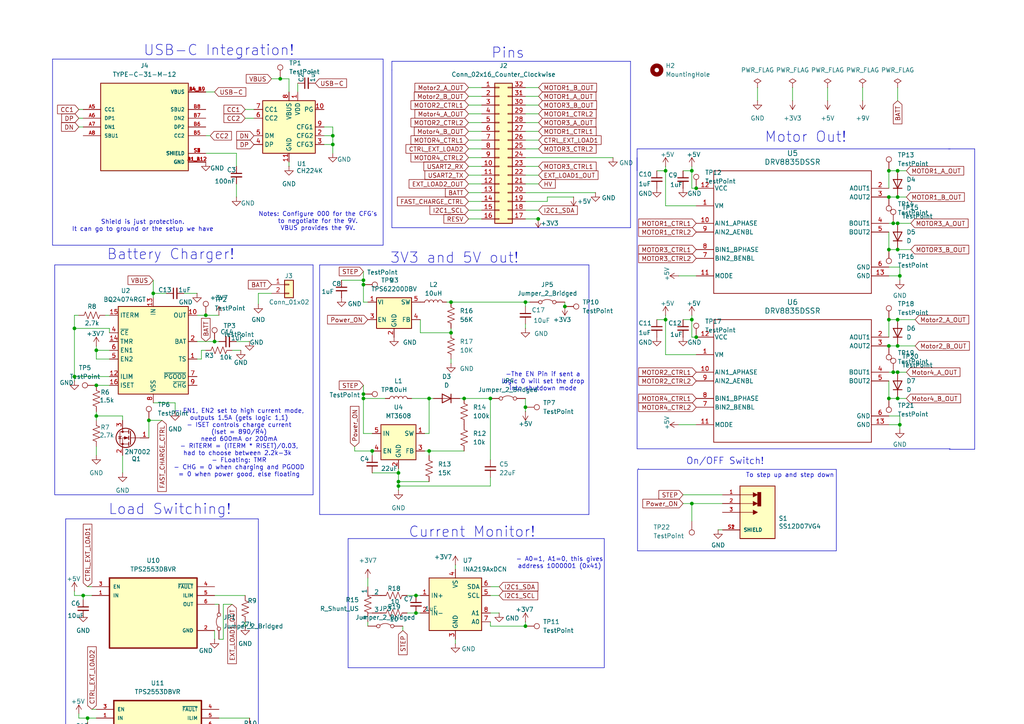
<source format=kicad_sch>
(kicad_sch (version 20250114) (generator "eeschema") (generator_version "9.0")
  (paper "A4")
  (text "To step up and step down " (at 229.616 137.922 0) (effects (font (size 1.27 1.27))))
  (text "- A0=1, A1=0, this gives\naddress 1000001 (0x41)" (at 162.306 163.322 0) (effects (font (size 1.27 1.27))))
  (text "Shield is just protection.\nIt can go to ground or the setup we have" (at 41.402 65.532 0) (effects (font (size 1.27 1.27))))
  (text "Current Monitor!" (at 136.906 154.432 0) (effects (font (size 3 3))))
  (text "Motor Out!" (at 233.68 39.878 0) (effects (font (size 3 3))))
  (text "USB-C Integration!" (at 63.5 14.732 0) (effects (font (size 3 3))))
  (text "Notes: Configure 000 for the CFG's\nto negotiate for the 9V.\nVBUS provides the 9V.\n" (at 92.202 64.262 0) (effects (font (size 1.27 1.27))))
  (text "- EN1, EN2 set to high current mode,\noutputs 1.5A (gets logic 1,1)\n- ISET controls charge current\n(Iset = 890/R4)\nneed 600mA or 200mA\n- RITERM = (ITERM * RISET)/0.03,\nhad to choose between 2.2k-3k \n- FLoating: TMR\n- CHG = 0 when charging and PGOOD\n= 0 when power good, else floating" (at 69.342 128.524 0) (effects (font (size 1.27 1.27))))
  (text "-The EN Pin if sent a\nlogic 0 will set the drop\ninto shutdown mode\n" (at 157.48 110.744 0) (effects (font (size 1.27 1.27))))
  (text "Pins" (at 147.32 15.494 0) (effects (font (size 3 3))))
  (text "Battery Charger!" (at 49.53 73.914 0) (effects (font (size 3 3))))
  (text "On/OFF Switch!" (at 210.312 133.858 0) (effects (font (size 1.905 1.905))))
  (text "3V3 and 5V out!" (at 131.826 74.93 0) (effects (font (size 3 3))))
  (text "Load Switching!" (at 49.276 147.828 0) (effects (font (size 3 3))))
  (junction (at 193.04 92.71))
  (junction (at 21.59 109.22))
  (junction (at 120.65 177.8))
  (junction (at 81.28 22.86))
  (junction (at 27.94 111.76))
  (junction (at 134.62 115.57))
  (junction (at 260.35 49.53))
  (junction (at 260.35 72.39))
  (junction (at 62.23 99.06))
  (junction (at 105.41 82.55))
  (junction (at 201.93 54.61))
  (junction (at 260.35 92.71))
  (junction (at 43.18 121.92))
  (junction (at 24.13 172.72))
  (junction (at 44.45 85.09))
  (junction (at 200.66 146.05))
  (junction (at 27.94 101.6))
  (junction (at 27.94 120.65))
  (junction (at 260.35 64.77))
  (junction (at 130.81 96.52))
  (junction (at 260.35 107.95))
  (junction (at 257.81 100.33))
  (junction (at 193.04 49.53))
  (junction (at 115.57 139.7))
  (junction (at 124.46 130.81))
  (junction (at 257.81 115.57))
  (junction (at 259.08 64.77))
  (junction (at 257.81 92.71))
  (junction (at 156.0999 63.5))
  (junction (at 200.66 49.53))
  (junction (at 260.35 115.57))
  (junction (at 96.52 39.37))
  (junction (at 260.35 57.15))
  (junction (at 120.65 172.72))
  (junction (at 257.81 72.39))
  (junction (at 152.4 181.61))
  (junction (at 25.4 208.28))
  (junction (at 96.52 41.91))
  (junction (at 260.985 80.01))
  (junction (at 152.4 118.11))
  (junction (at 163.83 88.9))
  (junction (at 59.69 91.44))
  (junction (at 107.95 130.81))
  (junction (at 105.41 115.57))
  (junction (at 130.81 87.63))
  (junction (at 200.66 92.71))
  (junction (at 21.59 95.25))
  (junction (at 105.41 114.3))
  (junction (at 115.57 137.16))
  (junction (at 142.24 115.57))
  (junction (at 257.81 57.15))
  (junction (at 152.4 87.63))
  (junction (at 260.35 100.33))
  (junction (at 259.08 107.95))
  (junction (at 115.57 140.97))
  (junction (at 124.46 115.57))
  (junction (at 257.81 49.53))
  (junction (at 260.985 123.19))
  (junction (at 201.93 97.79))
  (junction (at 105.41 81.28))
  (wire (pts (xy 78.74 85.09) (xy 74.93 85.09)))
  (wire (pts (xy 198.12 49.53) (xy 200.66 49.53)))
  (wire (pts (xy 60.96 39.37) (xy 59.69 39.37)))
  (wire (pts (xy 72.39 217.17) (xy 72.39 215.9)))
  (polyline (pts (xy 185.166 135.89) (xy 185.166 136.144)))
  (wire (pts (xy 105.41 87.63) (xy 105.41 82.55)))
  (wire (pts (xy 262.89 49.53) (xy 260.35 49.53)))
  (wire (pts (xy 152.4 55.88) (xy 172.72 55.88)))
  (wire (pts (xy 200.66 146.05) (xy 200.66 151.13)))
  (wire (pts (xy 152.4 38.1) (xy 156.21 38.1)))
  (wire (pts (xy 135.89 30.48) (xy 139.7 30.48)))
  (polyline (pts (xy 242.57 159.766) (xy 242.57 136.144)))
  (polyline (pts (xy 19.05 150.495) (xy 74.93 150.495)))
  (wire (pts (xy 124.46 130.81) (xy 124.46 132.08)))
  (wire (pts (xy 116.84 181.61) (xy 116.84 182.88)))
  (wire (pts (xy 63.5 220.98) (xy 63.5 218.44)))
  (wire (pts (xy 152.4 119.38) (xy 152.4 118.11)))
  (wire (pts (xy 135.89 25.4) (xy 139.7 25.4)))
  (wire (pts (xy 152.4 33.02) (xy 156.21 33.02)))
  (wire (pts (xy 135.89 63.5) (xy 139.7 63.5)))
  (wire (pts (xy 257.81 80.01) (xy 260.985 80.01)))
  (wire (pts (xy 96.52 36.83) (xy 96.52 39.37)))
  (wire (pts (xy 135.89 43.18) (xy 139.7 43.18)))
  (wire (pts (xy 83.82 46.99) (xy 83.82 48.26)))
  (polyline (pts (xy 90.805 76.835) (xy 90.805 143.51)))
  (wire (pts (xy 200.66 146.05) (xy 209.55 146.05)))
  (wire (pts (xy 62.23 99.06) (xy 63.5 99.06)))
  (wire (pts (xy 135.89 33.02) (xy 139.7 33.02)))
  (wire (pts (xy 193.04 91.44) (xy 193.04 92.71)))
  (wire (pts (xy 105.41 115.57) (xy 105.41 125.73)))
  (wire (pts (xy 21.59 110.49) (xy 21.59 109.22)))
  (wire (pts (xy 71.12 181.61) (xy 71.12 180.34)))
  (wire (pts (xy 50.8 116.84) (xy 50.8 119.38)))
  (wire (pts (xy 130.81 87.63) (xy 129.54 87.63)))
  (wire (pts (xy 152.4 118.11) (xy 152.4 115.57)))
  (wire (pts (xy 121.92 92.71) (xy 121.92 96.52)))
  (wire (pts (xy 62.23 175.26) (xy 63.5 175.26)))
  (wire (pts (xy 63.5 210.82) (xy 64.77 210.82)))
  (wire (pts (xy 260.985 77.47) (xy 260.985 80.01)))
  (wire (pts (xy 27.94 119.38) (xy 27.94 120.65)))
  (wire (pts (xy 200.66 49.53) (xy 200.66 54.61)))
  (wire (pts (xy 25.4 209.55) (xy 25.4 208.28)))
  (wire (pts (xy 106.68 167.64) (xy 106.68 170.18)))
  (wire (pts (xy 260.985 120.65) (xy 260.985 123.19)))
  (wire (pts (xy 196.85 123.19) (xy 201.93 123.19)))
  (polyline (pts (xy 170.815 76.835) (xy 170.815 149.225)))
  (wire (pts (xy 219.71 25.4) (xy 219.71 29.21)))
  (polyline (pts (xy 175.26 156.21) (xy 175.26 193.675)))
  (wire (pts (xy 260.35 57.15) (xy 257.81 57.15)))
  (wire (pts (xy 152.4 88.9) (xy 152.4 87.63)))
  (wire (pts (xy 260.35 25.4) (xy 260.35 29.21)))
  (wire (pts (xy 260.35 72.39) (xy 257.81 72.39)))
  (wire (pts (xy 96.52 39.37) (xy 96.52 41.91)))
  (wire (pts (xy 250.19 25.4) (xy 250.19 29.21)))
  (wire (pts (xy 96.52 44.45) (xy 96.52 41.91)))
  (wire (pts (xy 64.77 185.42) (xy 64.77 175.26)))
  (wire (pts (xy 262.89 115.57) (xy 260.35 115.57)))
  (wire (pts (xy 142.24 177.8) (xy 144.78 177.8)))
  (wire (pts (xy 260.985 123.19) (xy 260.985 124.46)))
  (wire (pts (xy 26.67 172.72) (xy 24.13 172.72)))
  (polyline (pts (xy 275.336 130.302) (xy 282.702 130.302)))
  (wire (pts (xy 105.41 114.3) (xy 105.41 115.57)))
  (wire (pts (xy 22.86 34.29) (xy 24.13 34.29)))
  (polyline (pts (xy 182.88 66.04) (xy 182.88 17.78)))
  (wire (pts (xy 44.45 81.28) (xy 44.45 85.09)))
  (wire (pts (xy 118.11 177.8) (xy 120.65 177.8)))
  (wire (pts (xy 27.94 208.28) (xy 25.4 208.28)))
  (wire (pts (xy 262.89 107.95) (xy 260.35 107.95)))
  (wire (pts (xy 123.19 130.81) (xy 124.46 130.81)))
  (wire (pts (xy 123.19 125.73) (xy 124.46 125.73)))
  (wire (pts (xy 200.66 48.26) (xy 200.66 49.53)))
  (wire (pts (xy 22.86 207.01) (xy 22.86 208.28)))
  (wire (pts (xy 229.87 25.4) (xy 229.87 29.21)))
  (wire (pts (xy 105.41 111.76) (xy 105.41 114.3)))
  (wire (pts (xy 27.94 104.14) (xy 31.75 104.14)))
  (wire (pts (xy 152.4 181.61) (xy 152.4 180.34)))
  (wire (pts (xy 260.35 115.57) (xy 257.81 115.57)))
  (wire (pts (xy 68.58 53.34) (xy 68.58 57.15)))
  (polyline (pts (xy 113.665 20.32) (xy 113.665 66.04)))
  (polyline (pts (xy 15.875 76.835) (xy 15.875 143.51)))
  (wire (pts (xy 135.89 27.94) (xy 139.7 27.94)))
  (polyline (pts (xy 242.57 136.144) (xy 185.166 136.144)))
  (wire (pts (xy 259.08 64.77) (xy 257.81 64.77)))
  (wire (pts (xy 265.43 92.71) (xy 260.35 92.71)))
  (wire (pts (xy 260.985 80.01) (xy 260.985 81.28)))
  (wire (pts (xy 193.04 49.53) (xy 190.5 49.53)))
  (wire (pts (xy 68.58 44.45) (xy 68.58 48.26)))
  (wire (pts (xy 50.8 116.84) (xy 44.45 116.84)))
  (wire (pts (xy 25.4 214.63) (xy 25.4 213.36)))
  (wire (pts (xy 64.77 220.98) (xy 66.04 220.98)))
  (wire (pts (xy 57.15 99.06) (xy 62.23 99.06)))
  (wire (pts (xy 31.75 95.25) (xy 21.59 95.25)))
  (wire (pts (xy 152.4 63.5) (xy 156.0999 63.5)))
  (wire (pts (xy 260.35 72.39) (xy 264.16 72.39)))
  (wire (pts (xy 74.93 85.09) (xy 74.93 88.265)))
  (wire (pts (xy 198.12 143.51) (xy 209.55 143.51)))
  (wire (pts (xy 24.13 179.07) (xy 24.13 177.8)))
  (wire (pts (xy 30.48 91.44) (xy 31.75 91.44)))
  (wire (pts (xy 83.82 22.86) (xy 83.82 26.67)))
  (wire (pts (xy 133.35 115.57) (xy 134.62 115.57)))
  (wire (pts (xy 66.04 210.82) (xy 68.58 210.82)))
  (wire (pts (xy 257.81 100.33) (xy 260.35 100.33)))
  (wire (pts (xy 96.52 41.91) (xy 93.98 41.91)))
  (wire (pts (xy 53.34 85.09) (xy 57.15 85.09)))
  (wire (pts (xy 67.31 101.6) (xy 69.85 101.6)))
  (polyline (pts (xy 15.24 17.145) (xy 111.125 17.145)))
  (wire (pts (xy 130.81 104.14) (xy 130.81 105.41)))
  (wire (pts (xy 63.5 185.42) (xy 64.77 185.42)))
  (wire (pts (xy 260.35 49.53) (xy 257.81 49.53)))
  (wire (pts (xy 21.59 91.44) (xy 21.59 95.25)))
  (wire (pts (xy 130.81 87.63) (xy 152.4 87.63)))
  (wire (pts (xy 142.24 138.43) (xy 142.24 140.97)))
  (wire (pts (xy 158.75 58.42) (xy 152.4 58.42)))
  (wire (pts (xy 201.93 59.69) (xy 193.04 59.69)))
  (wire (pts (xy 57.15 91.44) (xy 59.69 91.44)))
  (polyline (pts (xy 100.965 156.21) (xy 175.26 156.21)))
  (wire (pts (xy 152.4 48.26) (xy 156.21 48.26)))
  (wire (pts (xy 71.12 172.72) (xy 62.23 172.72)))
  (wire (pts (xy 200.66 54.61) (xy 201.93 54.61)))
  (wire (pts (xy 58.42 104.14) (xy 57.15 104.14)))
  (wire (pts (xy 115.57 140.97) (xy 115.57 142.24)))
  (wire (pts (xy 142.24 181.61) (xy 142.24 180.34)))
  (wire (pts (xy 124.46 115.57) (xy 125.73 115.57)))
  (wire (pts (xy 135.89 60.96) (xy 139.7 60.96)))
  (wire (pts (xy 152.4 53.34) (xy 156.21 53.34)))
  (wire (pts (xy 105.41 78.74) (xy 105.41 81.28)))
  (polyline (pts (xy 111.125 17.145) (xy 111.125 71.12)))
  (wire (pts (xy 134.62 115.57) (xy 142.24 115.57)))
  (wire (pts (xy 152.4 60.96) (xy 156.21 60.96)))
  (wire (pts (xy 107.95 130.81) (xy 107.95 132.08)))
  (wire (pts (xy 27.94 120.65) (xy 27.94 121.92)))
  (wire (pts (xy 152.4 45.72) (xy 177.8 45.72)))
  (wire (pts (xy 27.94 129.54) (xy 27.94 132.08)))
  (wire (pts (xy 142.24 170.18) (xy 144.78 170.18)))
  (wire (pts (xy 135.89 45.72) (xy 139.7 45.72)))
  (wire (pts (xy 193.04 102.87) (xy 193.04 92.71)))
  (wire (pts (xy 72.39 208.28) (xy 63.5 208.28)))
  (wire (pts (xy 106.68 87.63) (xy 105.41 87.63)))
  (wire (pts (xy 27.94 205.74) (xy 26.67 205.74)))
  (wire (pts (xy 200.66 91.44) (xy 200.66 92.71)))
  (polyline (pts (xy 19.05 150.495) (xy 19.05 238.125)))
  (wire (pts (xy 21.59 171.45) (xy 21.59 172.72)))
  (polyline (pts (xy 275.59 43.18) (xy 184.785 43.18)))
  (wire (pts (xy 135.89 35.56) (xy 139.7 35.56)))
  (wire (pts (xy 259.08 107.95) (xy 257.81 107.95)))
  (wire (pts (xy 152.4 35.56) (xy 156.21 35.56)))
  (polyline (pts (xy 175.26 193.675) (xy 100.965 193.675)))
  (wire (pts (xy 78.74 22.86) (xy 81.28 22.86)))
  (wire (pts (xy 115.57 135.89) (xy 115.57 137.16)))
  (polyline (pts (xy 100.965 156.21) (xy 100.965 193.675)))
  (wire (pts (xy 257.81 115.57) (xy 257.81 110.49)))
  (wire (pts (xy 193.04 48.26) (xy 193.04 49.53)))
  (wire (pts (xy 135.89 50.8) (xy 139.7 50.8)))
  (wire (pts (xy 135.89 38.1) (xy 139.7 38.1)))
  (wire (pts (xy 257.81 120.65) (xy 260.985 120.65)))
  (polyline (pts (xy 182.88 17.78) (xy 113.665 17.78)))
  (wire (pts (xy 93.98 36.83) (xy 96.52 36.83)))
  (wire (pts (xy 58.42 101.6) (xy 58.42 104.14)))
  (wire (pts (xy 58.42 101.6) (xy 59.69 101.6)))
  (wire (pts (xy 152.4 93.98) (xy 152.4 95.25)))
  (wire (pts (xy 158.75 57.15) (xy 158.75 58.42)))
  (wire (pts (xy 260.35 100.33) (xy 265.43 100.33)))
  (wire (pts (xy 135.89 58.42) (xy 139.7 58.42)))
  (wire (pts (xy 35.56 132.08) (xy 35.56 137.16)))
  (wire (pts (xy 71.12 34.29) (xy 73.66 34.29)))
  (wire (pts (xy 31.75 95.25) (xy 31.75 96.52)))
  (wire (pts (xy 22.86 36.83) (xy 24.13 36.83)))
  (polyline (pts (xy 92.71 76.835) (xy 170.815 76.835)))
  (wire (pts (xy 43.18 121.92) (xy 46.99 121.92)))
  (wire (pts (xy 35.56 121.92) (xy 35.56 120.65)))
  (wire (pts (xy 201.93 102.87) (xy 193.04 102.87)))
  (wire (pts (xy 260.35 64.77) (xy 264.16 64.77)))
  (wire (pts (xy 124.46 130.81) (xy 134.62 130.81)))
  (wire (pts (xy 152.4 43.18) (xy 156.21 43.18)))
  (wire (pts (xy 262.89 57.15) (xy 260.35 57.15)))
  (wire (pts (xy 135.89 40.64) (xy 139.7 40.64)))
  (wire (pts (xy 152.4 30.48) (xy 156.21 30.48)))
  (wire (pts (xy 257.81 77.47) (xy 260.985 77.47)))
  (wire (pts (xy 120.65 172.72) (xy 121.92 172.72)))
  (wire (pts (xy 59.69 91.44) (xy 63.5 91.44)))
  (wire (pts (xy 193.04 59.69) (xy 193.04 49.53)))
  (polyline (pts (xy 184.785 45.72) (xy 184.785 130.175)))
  (wire (pts (xy 44.45 85.09) (xy 48.26 85.09)))
  (wire (pts (xy 21.59 109.22) (xy 31.75 109.22)))
  (wire (pts (xy 132.08 185.42) (xy 132.08 186.69)))
  (wire (pts (xy 43.18 127) (xy 43.18 121.92)))
  (wire (pts (xy 27.94 101.6) (xy 31.75 101.6)))
  (polyline (pts (xy 113.665 17.78) (xy 113.665 20.32)))
  (wire (pts (xy 152.4 27.94) (xy 156.21 27.94)))
  (wire (pts (xy 152.4 40.64) (xy 156.21 40.64)))
  (wire (pts (xy 121.92 96.52) (xy 130.81 96.52)))
  (wire (pts (xy 99.06 81.28) (xy 105.41 81.28)))
  (polyline (pts (xy 19.05 238.125) (xy 74.93 238.125)))
  (wire (pts (xy 21.59 95.25) (xy 21.59 109.22)))
  (wire (pts (xy 102.87 130.81) (xy 102.87 129.54)))
  (wire (pts (xy 106.68 181.61) (xy 106.68 180.34)))
  (wire (pts (xy 24.13 173.99) (xy 24.13 172.72)))
  (wire (pts (xy 107.95 137.16) (xy 115.57 137.16)))
  (wire (pts (xy 105.41 82.55) (xy 105.41 81.28)))
  (polyline (pts (xy 74.93 238.125) (xy 74.93 150.495)))
  (wire (pts (xy 24.13 172.72) (xy 21.59 172.72)))
  (wire (pts (xy 105.41 125.73) (xy 107.95 125.73)))
  (wire (pts (xy 198.12 146.05) (xy 200.66 146.05)))
  (wire (pts (xy 86.36 24.13) (xy 86.36 26.67)))
  (wire (pts (xy 240.03 25.4) (xy 240.03 29.21)))
  (wire (pts (xy 135.89 53.34) (xy 139.7 53.34)))
  (polyline (pts (xy 15.24 71.12) (xy 111.125 71.12)))
  (wire (pts (xy 27.94 120.65) (xy 35.56 120.65)))
  (wire (pts (xy 257.81 92.71) (xy 260.35 92.71)))
  (wire (pts (xy 62.23 185.42) (xy 62.23 182.88)))
  (wire (pts (xy 120.65 177.8) (xy 121.92 177.8)))
  (wire (pts (xy 260.35 107.95) (xy 259.08 107.95)))
  (wire (pts (xy 257.81 123.19) (xy 260.985 123.19)))
  (wire (pts (xy 130.81 96.52) (xy 130.81 95.25)))
  (wire (pts (xy 196.85 80.01) (xy 201.93 80.01)))
  (wire (pts (xy 66.04 220.98) (xy 66.04 210.82)))
  (polyline (pts (xy 184.912 136.144) (xy 184.912 159.766)))
  (wire (pts (xy 27.94 111.76) (xy 31.75 111.76)))
  (wire (pts (xy 59.69 26.67) (xy 62.23 26.67)))
  (polyline (pts (xy 170.815 149.225) (xy 92.71 149.225)))
  (wire (pts (xy 26.67 170.18) (xy 25.4 170.18)))
  (wire (pts (xy 152.4 25.4) (xy 156.21 25.4)))
  (wire (pts (xy 163.83 88.9) (xy 163.83 87.63)))
  (wire (pts (xy 208.28 153.67) (xy 209.55 153.67)))
  (wire (pts (xy 115.57 137.16) (xy 115.57 139.7)))
  (polyline (pts (xy 15.875 76.835) (xy 90.805 76.835)))
  (wire (pts (xy 260.35 64.77) (xy 259.08 64.77)))
  (wire (pts (xy 27.94 100.33) (xy 27.94 101.6)))
  (wire (pts (xy 27.94 104.14) (xy 27.94 101.6)))
  (polyline (pts (xy 90.805 143.51) (xy 15.875 143.51)))
  (wire (pts (xy 22.86 91.44) (xy 21.59 91.44)))
  (polyline (pts (xy 15.24 71.12) (xy 15.24 17.145)))
  (wire (pts (xy 152.4 50.8) (xy 156.21 50.8)))
  (wire (pts (xy 118.11 172.72) (xy 120.65 172.72)))
  (polyline (pts (xy 92.71 76.835) (xy 92.71 149.225)))
  (polyline (pts (xy 275.082 43.18) (xy 282.702 43.18)))
  (polyline (pts (xy 113.665 66.04) (xy 182.88 66.04)))
  (wire (pts (xy 132.08 163.83) (xy 132.08 165.1)))
  (polyline (pts (xy 184.785 43.18) (xy 184.785 49.53)))
  (wire (pts (xy 156.0999 63.5) (xy 156.21 63.5)))
  (wire (pts (xy 64.77 175.26) (xy 67.31 175.26)))
  (wire (pts (xy 124.46 139.7) (xy 115.57 139.7)))
  (wire (pts (xy 198.12 92.71) (xy 200.66 92.71)))
  (wire (pts (xy 142.24 115.57) (xy 142.24 133.35)))
  (wire (pts (xy 115.57 139.7) (xy 115.57 140.97)))
  (wire (pts (xy 68.58 99.06) (xy 72.39 99.06)))
  (wire (pts (xy 257.81 72.39) (xy 257.81 67.31)))
  (polyline (pts (xy 282.702 43.18) (xy 282.702 130.302)))
  (wire (pts (xy 142.24 172.72) (xy 144.78 172.72)))
  (wire (pts (xy 158.75 57.15) (xy 166.37 57.15)))
  (wire (pts (xy 93.98 39.37) (xy 96.52 39.37)))
  (polyline (pts (xy 184.912 159.766) (xy 242.57 159.766)))
  (wire (pts (xy 44.45 85.09) (xy 44.45 86.36)))
  (wire (pts (xy 25.4 208.28) (xy 22.86 208.28)))
  (wire (pts (xy 257.81 92.71) (xy 257.81 97.79)))
  (wire (pts (xy 81.28 22.86) (xy 83.82 22.86)))
  (wire (pts (xy 124.46 115.57) (xy 124.46 125.73)))
  (wire (pts (xy 200.66 92.71) (xy 200.66 97.79)))
  (wire (pts (xy 22.86 31.75) (xy 24.13 31.75)))
  (wire (pts (xy 193.04 92.71) (xy 190.5 92.71)))
  (wire (pts (xy 142.24 140.97) (xy 115.57 140.97)))
  (wire (pts (xy 257.81 49.53) (xy 257.81 54.61)))
  (wire (pts (xy 135.89 48.26) (xy 139.7 48.26)))
  (wire (pts (xy 135.89 55.88) (xy 139.7 55.88)))
  (wire (pts (xy 119.38 115.57) (xy 124.46 115.57)))
  (wire (pts (xy 105.41 115.57) (xy 111.76 115.57)))
  (wire (pts (xy 153.67 87.63) (xy 152.4 87.63)))
  (wire (pts (xy 102.87 130.81) (xy 107.95 130.81)))
  (polyline (pts (xy 184.785 130.175) (xy 275.59 130.175)))
  (wire (pts (xy 142.24 181.61) (xy 152.4 181.61)))
  (wire (pts (xy 71.12 31.75) (xy 73.66 31.75)))
  (wire (pts (xy 59.69 44.45) (xy 68.58 44.45)))
  (wire (pts (xy 200.66 97.79) (xy 201.93 97.79)))
  (global_label "USB-C" (shape input) (at 62.23 26.67 0) (property "Intersheetrefs" "${INTERSHEET_REFS}" (effects (hide yes))))
  (global_label "Motor4_A_OUT" (shape input) (at 135.89 33.02 180) (property "Intersheetrefs" "${INTERSHEET_REFS}" (effects (hide yes))))
  (global_label "EXT_LOAD2_OUT" (shape input) (at 68.58 210.82 270) (property "Intersheetrefs" "${INTERSHEET_REFS}" (effects (hide yes))))
  (global_label "Power_ON" (shape input) (at 102.87 129.54 90) (property "Intersheetrefs" "${INTERSHEET_REFS}" (effects (hide yes))))
  (global_label "CTRL_EXT_LOAD1" (shape input) (at 156.21 40.64 0) (property "Intersheetrefs" "${INTERSHEET_REFS}" (effects (hide yes))))
  (global_label "RESV" (shape input) (at 135.89 63.5 180) (property "Intersheetrefs" "${INTERSHEET_REFS}" (effects (hide yes))))
  (global_label "MOTOR1_B_OUT" (shape input) (at 156.21 25.4 0) (property "Intersheetrefs" "${INTERSHEET_REFS}" (effects (hide yes))))
  (global_label "MOTOR1_CTRL1" (shape input) (at 201.93 64.77 180) (property "Intersheetrefs" "${INTERSHEET_REFS}" (effects (hide yes))))
  (global_label "I2C1_SDA" (shape input) (at 156.21 60.96 0) (property "Intersheetrefs" "${INTERSHEET_REFS}" (effects (hide yes))))
  (global_label "Motor2_B_OUT" (shape input) (at 135.89 27.94 180) (property "Intersheetrefs" "${INTERSHEET_REFS}" (effects (hide yes))))
  (global_label "EXT_LOAD1_OUT" (shape input) (at 67.31 175.26 270) (property "Intersheetrefs" "${INTERSHEET_REFS}" (effects (hide yes))))
  (global_label "STEP" (shape input) (at 198.12 143.51 180) (property "Intersheetrefs" "${INTERSHEET_REFS}" (effects (hide yes))))
  (global_label "Motor4_A_OUT" (shape input) (at 262.89 107.95 0) (property "Intersheetrefs" "${INTERSHEET_REFS}" (effects (hide yes))))
  (global_label "CTRL_EXT_LOAD1" (shape input) (at 25.4 170.18 90) (property "Intersheetrefs" "${INTERSHEET_REFS}" (effects (hide yes))))
  (global_label "VBUS" (shape input) (at 44.45 81.28 180) (property "Intersheetrefs" "${INTERSHEET_REFS}" (effects (hide yes))))
  (global_label "Motor2_A_OUT" (shape input) (at 135.89 25.4 180) (property "Intersheetrefs" "${INTERSHEET_REFS}" (effects (hide yes))))
  (global_label "FAST_CHARGE_CTRL" (shape input) (at 46.99 121.92 270) (property "Intersheetrefs" "${INTERSHEET_REFS}" (effects (hide yes))))
  (global_label "MOTOR3_CTRL1" (shape input) (at 156.21 48.26 0) (property "Intersheetrefs" "${INTERSHEET_REFS}" (effects (hide yes))))
  (global_label "USART2_RX" (shape input) (at 135.89 48.26 180) (property "Intersheetrefs" "${INTERSHEET_REFS}" (effects (hide yes))))
  (global_label "DP" (shape input) (at 22.86 34.29 180) (property "Intersheetrefs" "${INTERSHEET_REFS}" (effects (hide yes))))
  (global_label "Power_ON" (shape input) (at 106.68 92.71 180) (property "Intersheetrefs" "${INTERSHEET_REFS}" (effects (hide yes))))
  (global_label "Motor2_A_OUT" (shape input) (at 265.43 92.71 0) (property "Intersheetrefs" "${INTERSHEET_REFS}" (effects (hide yes))))
  (global_label "MOTOR4_CTRL1" (shape input) (at 201.93 115.57 180) (property "Intersheetrefs" "${INTERSHEET_REFS}" (effects (hide yes))))
  (global_label "MOTOR1_B_OUT" (shape input) (at 262.89 57.15 0) (property "Intersheetrefs" "${INTERSHEET_REFS}" (effects (hide yes))))
  (global_label "STEP" (shape input) (at 105.41 111.76 180) (property "Intersheetrefs" "${INTERSHEET_REFS}" (effects (hide yes))))
  (global_label "MOTOR1_CTRL2" (shape input) (at 156.21 33.02 0) (property "Intersheetrefs" "${INTERSHEET_REFS}" (effects (hide yes))))
  (global_label "BATT" (shape input) (at 260.35 29.21 270) (property "Intersheetrefs" "${INTERSHEET_REFS}" (effects (hide yes))))
  (global_label "MOTOR3_CTRL1" (shape input) (at 201.93 72.39 180) (property "Intersheetrefs" "${INTERSHEET_REFS}" (effects (hide yes))))
  (global_label "DN" (shape input) (at 73.66 39.37 180) (property "Intersheetrefs" "${INTERSHEET_REFS}" (effects (hide yes))))
  (global_label "Power_ON" (shape input) (at 198.12 146.05 180) (property "Intersheetrefs" "${INTERSHEET_REFS}" (effects (hide yes))))
  (global_label "FAST_CHARGE_CTRL" (shape input) (at 135.89 58.42 180) (property "Intersheetrefs" "${INTERSHEET_REFS}" (effects (hide yes))))
  (global_label "CC2" (shape input) (at 60.96 39.37 0) (property "Intersheetrefs" "${INTERSHEET_REFS}" (effects (hide yes))))
  (global_label "MOTOR2_CTRL2" (shape input) (at 201.93 110.49 180) (property "Intersheetrefs" "${INTERSHEET_REFS}" (effects (hide yes))))
  (global_label "MOTOR4_CTRL2" (shape input) (at 201.93 118.11 180) (property "Intersheetrefs" "${INTERSHEET_REFS}" (effects (hide yes))))
  (global_label "USB-C" (shape input) (at 91.44 24.13 0) (property "Intersheetrefs" "${INTERSHEET_REFS}" (effects (hide yes))))
  (global_label "DP" (shape input) (at 73.66 41.91 180) (property "Intersheetrefs" "${INTERSHEET_REFS}" (effects (hide yes))))
  (global_label "MOTOR1_A_OUT" (shape input) (at 262.89 49.53 0) (property "Intersheetrefs" "${INTERSHEET_REFS}" (effects (hide yes))))
  (global_label "MOTOR3_CTRL2" (shape input) (at 156.21 43.18 0) (property "Intersheetrefs" "${INTERSHEET_REFS}" (effects (hide yes))))
  (global_label "CC2" (shape input) (at 71.12 34.29 180) (property "Intersheetrefs" "${INTERSHEET_REFS}" (effects (hide yes))))
  (global_label "Motor2_B_OUT" (shape input) (at 265.43 100.33 0) (property "Intersheetrefs" "${INTERSHEET_REFS}" (effects (hide yes))))
  (global_label "Motor4_B_OUT" (shape input) (at 135.89 38.1 180) (property "Intersheetrefs" "${INTERSHEET_REFS}" (effects (hide yes))))
  (global_label "VBUS" (shape input) (at 78.74 22.86 180) (property "Intersheetrefs" "${INTERSHEET_REFS}" (effects (hide yes))))
  (global_label "STEP" (shape input) (at 105.41 78.74 180) (property "Intersheetrefs" "${INTERSHEET_REFS}" (effects (hide yes))))
  (global_label "MOTOR4_CTRL2" (shape input) (at 135.89 45.72 180) (property "Intersheetrefs" "${INTERSHEET_REFS}" (effects (hide yes))))
  (global_label "BATT" (shape input) (at 59.69 99.06 90) (property "Intersheetrefs" "${INTERSHEET_REFS}" (effects (hide yes))))
  (global_label "MOTOR3_B_OUT" (shape input) (at 264.16 72.39 0) (property "Intersheetrefs" "${INTERSHEET_REFS}" (effects (hide yes))))
  (global_label "CC1" (shape input) (at 22.86 31.75 180) (property "Intersheetrefs" "${INTERSHEET_REFS}" (effects (hide yes))))
  (global_label "BATT" (shape input) (at 78.74 82.55 180) (property "Intersheetrefs" "${INTERSHEET_REFS}" (effects (hide yes))))
  (global_label "HV" (shape input) (at 156.21 53.34 0) (property "Intersheetrefs" "${INTERSHEET_REFS}" (effects (hide yes))))
  (global_label "USART2_TX" (shape input) (at 135.89 50.8 180) (property "Intersheetrefs" "${INTERSHEET_REFS}" (effects (hide yes))))
  (global_label "BATT" (shape input) (at 135.89 55.88 180) (property "Intersheetrefs" "${INTERSHEET_REFS}" (effects (hide yes))))
  (global_label "MOTOR2_CTRL1" (shape input) (at 201.93 107.95 180) (property "Intersheetrefs" "${INTERSHEET_REFS}" (effects (hide yes))))
  (global_label "I2C1_SCL" (shape input) (at 135.89 60.96 180) (property "Intersheetrefs" "${INTERSHEET_REFS}" (effects (hide yes))))
  (global_label "MOTOR2_CTRL2" (shape input) (at 135.89 35.56 180) (property "Intersheetrefs" "${INTERSHEET_REFS}" (effects (hide yes))))
  (global_label "MOTOR3_A_OUT" (shape input) (at 264.16 64.77 0) (property "Intersheetrefs" "${INTERSHEET_REFS}" (effects (hide yes))))
  (global_label "MOTOR4_CTRL1" (shape input) (at 135.89 40.64 180) (property "Intersheetrefs" "${INTERSHEET_REFS}" (effects (hide yes))))
  (global_label "EXT_LOAD2_OUT" (shape input) (at 135.89 53.34 180) (property "Intersheetrefs" "${INTERSHEET_REFS}" (effects (hide yes))))
  (global_label "MOTOR1_CTRL2" (shape input) (at 201.93 67.31 180) (property "Intersheetrefs" "${INTERSHEET_REFS}" (effects (hide yes))))
  (global_label "CC1" (shape input) (at 71.12 31.75 180) (property "Intersheetrefs" "${INTERSHEET_REFS}" (effects (hide yes))))
  (global_label "MOTOR1_A_OUT" (shape input) (at 156.21 27.94 0) (property "Intersheetrefs" "${INTERSHEET_REFS}" (effects (hide yes))))
  (global_label "DN" (shape input) (at 22.86 36.83 180) (property "Intersheetrefs" "${INTERSHEET_REFS}" (effects (hide yes))))
  (global_label "CTRL_EXT_LOAD2" (shape input) (at 26.67 205.74 90) (property "Intersheetrefs" "${INTERSHEET_REFS}" (effects (hide yes))))
  (global_label "CTRL_EXT_LOAD2" (shape input) (at 135.89 43.18 180) (property "Intersheetrefs" "${INTERSHEET_REFS}" (effects (hide yes))))
  (global_label "I2C1_SDA" (shape input) (at 144.78 170.18 0) (property "Intersheetrefs" "${INTERSHEET_REFS}" (effects (hide yes))))
  (global_label "Motor4_B_OUT" (shape input) (at 262.89 115.57 0) (property "Intersheetrefs" "${INTERSHEET_REFS}" (effects (hide yes))))
  (global_label "MOTOR3_B_OUT" (shape input) (at 156.21 30.48 0) (property "Intersheetrefs" "${INTERSHEET_REFS}" (effects (hide yes))))
  (global_label "I2C1_SCL" (shape input) (at 144.78 172.72 0) (property "Intersheetrefs" "${INTERSHEET_REFS}" (effects (hide yes))))
  (global_label "EXT_LOAD1_OUT" (shape input) (at 156.21 50.8 0) (property "Intersheetrefs" "${INTERSHEET_REFS}" (effects (hide yes))))
  (global_label "MOTOR2_CTRL1" (shape input) (at 135.89 30.48 180) (property "Intersheetrefs" "${INTERSHEET_REFS}" (effects (hide yes))))
  (global_label "MOTOR1_CTRL1" (shape input) (at 156.21 38.1 0) (property "Intersheetrefs" "${INTERSHEET_REFS}" (effects (hide yes))))
  (global_label "MOTOR3_A_OUT" (shape input) (at 156.21 35.56 0) (property "Intersheetrefs" "${INTERSHEET_REFS}" (effects (hide yes))))
  (global_label "MOTOR3_CTRL2" (shape input) (at 201.93 74.93 180) (property "Intersheetrefs" "${INTERSHEET_REFS}" (effects (hide yes))))
  (global_label "STEP" (shape input) (at 116.84 182.88 270) (property "Intersheetrefs" "${INTERSHEET_REFS}" (effects (hide yes))))
  (symbol (lib_id "power:+5V") (at 193.04 91.44 0) (unit 1)
    (property "Reference" "#PWR045" (effects (hide yes)))
    (property "Value" "+5V" (at 191.516 88.011 0) (effects (justify left)))
  )
  (symbol (lib_id "power:GND") (at 114.3 97.79 0) (unit 1)
    (property "Reference" "#PWR029" (effects (hide yes)))
    (property "Value" "GND" (at 118.872 99.314 0))
    (property "Description" "Power symbol creates a global label with name \"GND\" , ground" (effects (hide yes)))
  )
  (symbol (lib_id "Jumper:Jumper_2_Bridged") (at 158.75 87.63 0) (unit 1)
    (property "Reference" "JP5" (at 158.75 82.55 0))
    (property "Value" "Jumper_2_Bridged" (at 158.75 85.09 0))
    (property "Footprint" "Jumper:SolderJumper-2_P1.3mm_Bridged_Pad1.0x1.5mm" (effects (hide yes)))
    (property "Description" "Jumper, 2-pole, closed/bridged" (effects (hide yes)))
  )
  (symbol (lib_id "Connector:TestPoint") (at 105.41 114.3 270) (unit 1)
    (property "Reference" "TP8" (at 110.49 113.0299 90) (effects (justify left)))
    (property "Value" "TestPoint" (at 95.504 114.554 90) (effects (justify left)))
    (property "Footprint" "TestPoint:TestPoint_Pad_D2.0mm" (effects (hide yes)))
    (property "Description" "test point" (effects (hide yes)))
  )
  (symbol (lib_id "power:+5V") (at 196.85 123.19 90) (unit 1)
    (property "Reference" "#PWR049" (effects (hide yes)))
    (property "Value" "+5V" (at 193.421 124.714 0) (effects (justify left)))
  )
  (symbol (lib_id "Device:R_US") (at 130.81 100.33 0) (unit 1)
    (property "Reference" "R17" (at 133.35 99.0599 0) (effects (justify left)))
    (property "Value" "10K" (at 133.35 101.5999 0) (effects (justify left)))
    (property "Footprint" "Resistor_SMD:R_0402_1005Metric_Pad0.72x0.64mm_HandSolder" (effects (hide yes)))
    (property "Description" "Resistor, US symbol" (effects (hide yes)))
  )
  (symbol (lib_id "Connector:TestPoint") (at 62.23 99.06 0) (unit 1)
    (property "Reference" "TP3" (at 64.77 94.4879 0) (effects (justify left)))
    (property "Value" "TestPoint" (at 64.77 97.0279 0) (effects (justify left)))
    (property "Footprint" "TestPoint:TestPoint_Pad_D2.0mm" (effects (hide yes)))
    (property "Description" "test point" (effects (hide yes)))
  )
  (symbol (lib_id "power:GND") (at 25.4 213.36 0) (unit 1)
    (property "Reference" "#PWR057" (effects (hide yes)))
    (property "Value" "GND" (at 25.4 218.44 0))
    (property "Description" "Power symbol creates a global label with name \"GND\" , ground" (effects (hide yes)))
  )
  (symbol (lib_id "Device:D") (at 260.35 96.52 90) (unit 1)
    (property "Reference" "D6" (at 262.89 95.2499 90) (effects (justify right)))
    (property "Value" "D" (at 262.89 97.7899 90) (effects (justify right)))
    (property "Footprint" "Diode_SMD:D_2512_6332Metric_Pad1.52x3.35mm_HandSolder" (effects (hide yes)))
    (property "Description" "Diode" (effects (hide yes)))
    (property "Sim.Device" "D" (effects (hide yes)))
    (property "Sim.Pins" "1=K 2=A" (effects (hide yes)))
  )
  (symbol (lib_id "power:GND") (at 57.15 85.09 0) (unit 1)
    (property "Reference" "#PWR026" (effects (hide yes)))
    (property "Value" "GND" (at 53.848 87.63 0))
    (property "Description" "Power symbol creates a global label with name \"GND\" , ground" (effects (hide yes)))
  )
  (symbol (lib_id "power:+5V") (at 240.03 29.21 180) (unit 1)
    (property "Reference" "#PWR02" (effects (hide yes)))
    (property "Value" "+5V" (at 240.03 34.29 0))
    (property "Description" "Power symbol creates a global label with name \"+5V\"" (effects (hide yes)))
  )
  (symbol (lib_id "power:GND") (at 21.59 110.49 0) (unit 1)
    (property "Reference" "#PWR010" (effects (hide yes)))
    (property "Value" "GND" (at 19.304 110.998 0))
    (property "Description" "Power symbol creates a global label with name \"GND\" , ground" (effects (hide yes)))
  )
  (symbol (lib_id "power:+3V3") (at 22.86 207.01 0) (unit 1)
    (property "Reference" "#PWR017" (effects (hide yes)))
    (property "Value" "+5V" (at 22.606 203.454 0))
    (property "Description" "Power symbol creates a global label with name \"+3V3\"" (effects (hide yes)))
  )
  (symbol (lib_id "power:GND") (at 132.08 186.69 0) (unit 1)
    (property "Reference" "#PWR032" (effects (hide yes)))
    (property "Value" "GND" (at 135.89 188.214 0))
    (property "Description" "Power symbol creates a global label with name \"GND\" , ground" (effects (hide yes)))
  )
  (symbol (lib_id "Device:D") (at 260.35 53.34 90) (unit 1)
    (property "Reference" "D4" (at 262.89 52.0699 90) (effects (justify right)))
    (property "Value" "D" (at 262.89 54.6099 90) (effects (justify right)))
    (property "Footprint" "Diode_SMD:D_2512_6332Metric_Pad1.52x3.35mm_HandSolder" (effects (hide yes)))
    (property "Description" "Diode" (effects (hide yes)))
    (property "Sim.Device" "D" (effects (hide yes)))
    (property "Sim.Pins" "1=K 2=A" (effects (hide yes)))
  )
  (symbol (lib_id "power:+5V") (at 193.04 48.26 0) (unit 1)
    (property "Reference" "#PWR044" (effects (hide yes)))
    (property "Value" "+5V" (at 191.516 44.831 0) (effects (justify left)))
  )
  (symbol (lib_id "power:GND") (at 172.72 55.88 0) (unit 1)
    (property "Reference" "#PWR019" (effects (hide yes)))
    (property "Value" "GND" (at 176.53 57.404 0))
    (property "Description" "Power symbol creates a global label with name \"GND\" , ground" (effects (hide yes)))
  )
  (symbol (lib_id "TPS2553DBVR:TPS2553DBVR") (at 45.72 213.36 0) (unit 1)
    (property "Reference" "U11" (at 45.72 198.12 0))
    (property "Value" "TPS2553DBVR" (at 45.72 200.66 0))
    (property "Footprint" "DSS0012A:SOT95P280X145-6N" (effects (hide yes)))
    (property "DigiKey_Part_Number" "296-32464-2-ND" (effects (hide yes)))
    (property "SnapEDA_Link" "https://www.snapeda.com/parts/TPS2553DBVR/Texas+Instruments/view-part/?ref=snap" (effects (hide yes)))
    (property "Description_1" "0.075-1.7A adj. ILIMIT,  2.5-6.5V, 85mΩ USB power switch, active-high, reverse blocking" (effects (hide yes)))
    (property "MF" "Texas Instruments" (effects (hide yes)))
    (property "Package" "SOT-23-6 Texas Instruments" (effects (hide yes)))
    (property "Check_prices" "https://www.snapeda.com/parts/TPS2553DBVR/Texas+Instruments/view-part/?ref=eda" (effects (hide yes)))
    (property "MP" "TPS2553DBVR" (effects (hide yes)))
  )
  (symbol (lib_id "Device:R_US") (at 72.39 212.09 180) (unit 1)
    (property "Reference" "R10" (at 72.644 209.804 0))
    (property "Value" "27k" (at 72.898 213.106 0))
    (property "Footprint" "Resistor_SMD:R_0402_1005Metric_Pad0.72x0.64mm_HandSolder" (effects (hide yes)))
    (property "Description" "Resistor, US symbol" (effects (hide yes)))
  )
  (symbol (lib_id "power:+5V") (at 200.66 91.44 0) (unit 1)
    (property "Reference" "#PWR047" (effects (hide yes)))
    (property "Value" "+5V" (at 199.136 88.011 0) (effects (justify left)))
  )
  (symbol (lib_id "Connector:TestPoint") (at 257.81 115.57 180) (unit 1)
    (property "Reference" "TP21" (at 260.35 117.6019 0) (effects (justify right)))
    (property "Value" "TestPoint" (at 260.35 120.1419 0) (effects (justify right)))
    (property "Footprint" "TestPoint:TestPoint_Pad_D2.0mm" (effects (hide yes)))
    (property "Description" "test point" (effects (hide yes)))
  )
  (symbol (lib_id "Device:R_US") (at 134.62 127 0) (unit 1)
    (property "Reference" "R12" (at 137.16 125.7299 0) (effects (justify left)))
    (property "Value" "10k" (at 137.16 128.2699 0) (effects (justify left)))
    (property "Footprint" "Resistor_SMD:R_0402_1005Metric_Pad0.72x0.64mm_HandSolder" (effects (hide yes)))
    (property "Description" "Resistor, US symbol" (effects (hide yes)))
  )
  (symbol (lib_id "power:GND") (at 68.58 57.15 0) (unit 1)
    (property "Reference" "#PWR08" (effects (hide yes)))
    (property "Value" "GND" (at 71.882 58.928 0))
    (property "Description" "Power symbol creates a global label with name \"GND\" , ground" (effects (hide yes)))
  )
  (symbol (lib_id "DRV8835:DRV8835DSSR") (at 229.87 67.31 0) (unit 1)
    (property "Reference" "U5" (at 229.87 44.45 0) (effects (font (size 1.524 1.524))))
    (property "Value" "DRV8835DSSR" (at 229.87 46.99 0) (effects (font (size 1.524 1.524))))
    (property "Footprint" "DSS0012A:DSS0012A" (effects (hide yes)))
    (property "Datasheet" "DRV8835DSSR" (effects (hide yes)))
    (property "LCSC" "C129328" (effects (hide yes)))
    (property "Extended" "1" (effects (hide yes)))
    (property "Price" "1.13" (effects (hide yes)))
    (property "Populate" "1" (effects (hide yes)))
  )
  (symbol (lib_id "Connector:TestPoint") (at 201.93 54.61 0) (unit 1)
    (property "Reference" "TP12" (at 204.47 50.0379 0) (effects (justify left)))
    (property "Value" "TestPoint" (at 204.47 52.5779 0) (effects (justify left)))
    (property "Footprint" "TestPoint:TestPoint_Pad_D2.0mm" (effects (hide yes)))
    (property "Description" "test point" (effects (hide yes)))
  )
  (symbol (lib_id "Device:C_Small") (at 198.12 52.07 0) (unit 1)
    (property "Reference" "C9" (at 193.802 50.8 0) (effects (justify left)))
    (property "Value" "1uF" (at 194.31 53.594 0) (effects (justify left)))
    (property "Footprint" "Capacitor_SMD:C_0805_2012Metric_Pad1.18x1.45mm_HandSolder" (effects (hide yes)))
    (property "Description" "Unpolarized capacitor, small symbol" (effects (hide yes)))
  )
  (symbol (lib_id "power:+9V") (at 250.19 29.21 180) (unit 1)
    (property "Reference" "#PWR04" (effects (hide yes)))
    (property "Value" "+9V" (at 250.19 34.29 0))
    (property "Description" "Power symbol creates a global label with name \"+9V\"" (effects (hide yes)))
  )
  (symbol (lib_id "Connector:TestPoint") (at 257.81 100.33 180) (unit 1)
    (property "Reference" "TP19" (at 260.35 102.3619 0) (effects (justify right)))
    (property "Value" "TestPoint" (at 260.35 104.9019 0) (effects (justify right)))
    (property "Footprint" "TestPoint:TestPoint_Pad_D2.0mm" (effects (hide yes)))
    (property "Description" "test point" (effects (hide yes)))
  )
  (symbol (lib_id "power:GND") (at 130.81 105.41 0) (unit 1)
    (property "Reference" "#PWR052" (effects (hide yes)))
    (property "Value" "GND" (at 135.382 106.934 0))
    (property "Description" "Power symbol creates a global label with name \"GND\" , ground" (effects (hide yes)))
  )
  (symbol (lib_id "Jumper:Jumper_2_Bridged") (at 111.76 181.61 0) (unit 1)
    (property "Reference" "JP3" (at 111.76 176.53 0))
    (property "Value" "Jumper_2_Bridged" (at 111.76 179.07 0))
    (property "Footprint" "Jumper:SolderJumper-2_P1.3mm_Bridged_Pad1.0x1.5mm" (effects (hide yes)))
    (property "Description" "Jumper, 2-pole, closed/bridged" (effects (hide yes)))
  )
  (symbol (lib_id "Connector_Generic:Conn_02x16_Counter_Clockwise") (at 144.78 43.18 0) (unit 1)
    (property "Reference" "J2" (at 146.05 19.05 0))
    (property "Value" "Conn_02x16_Counter_Clockwise" (at 146.05 21.59 0))
    (property "Footprint" "Connector_PinHeader_2.54mm:PinHeader_2x16_P2.54mm_Vertical" (effects (hide yes)))
    (property "Description" "Generic connector, double row, 02x16, counter clockwise pin numbering scheme (similar to DIP package numbering), script generated (kicad-library-utils/schlib/autogen/connector/)" (effects (hide yes)))
  )
  (symbol (lib_id "Device:R_US") (at 27.94 125.73 180) (unit 1)
    (property "Reference" "R7" (at 30.48 123.952 0))
    (property "Value" "2.7k" (at 30.988 126.238 0))
    (property "Footprint" "Resistor_SMD:R_0402_1005Metric_Pad0.72x0.64mm_HandSolder" (effects (hide yes)))
    (property "Description" "Resistor, US symbol" (effects (hide yes)))
  )
  (symbol (lib_id "Device:R_US") (at 130.81 91.44 0) (unit 1)
    (property "Reference" "R16" (at 133.35 90.1699 0) (effects (justify left)))
    (property "Value" "56K" (at 133.35 92.7099 0) (effects (justify left)))
    (property "Footprint" "Resistor_SMD:R_0402_1005Metric_Pad0.72x0.64mm_HandSolder" (effects (hide yes)))
    (property "Description" "Resistor, US symbol" (effects (hide yes)))
  )
  (symbol (lib_id "Device:R_US") (at 71.12 176.53 180) (unit 1)
    (property "Reference" "R9" (at 73.152 174.244 0))
    (property "Value" "27k" (at 71.628 181.102 0))
    (property "Footprint" "Resistor_SMD:R_0402_1005Metric_Pad0.72x0.64mm_HandSolder" (effects (hide yes)))
    (property "Description" "Resistor, US symbol" (effects (hide yes)))
  )
  (symbol (lib_id "Device:D") (at 260.35 111.76 90) (unit 1)
    (property "Reference" "D7" (at 262.89 110.4899 90) (effects (justify right)))
    (property "Value" "D" (at 262.89 113.0299 90) (effects (justify right)))
    (property "Footprint" "Diode_SMD:D_2512_6332Metric_Pad1.52x3.35mm_HandSolder" (effects (hide yes)))
    (property "Description" "Diode" (effects (hide yes)))
    (property "Sim.Device" "D" (effects (hide yes)))
    (property "Sim.Pins" "1=K 2=A" (effects (hide yes)))
  )
  (symbol (lib_id "Device:C_Small") (at 190.5 52.07 0) (unit 1)
    (property "Reference" "C10" (at 185.166 50.546 0) (effects (justify left)))
    (property "Value" "1uF" (at 185.166 53.34 0) (effects (justify left)))
    (property "Footprint" "Capacitor_SMD:C_0805_2012Metric_Pad1.18x1.45mm_HandSolder" (effects (hide yes)))
    (property "Description" "Unpolarized capacitor, small symbol" (effects (hide yes)))
  )
  (symbol (lib_id "power:GND") (at 69.85 101.6 0) (unit 1)
    (property "Reference" "#PWR012" (effects (hide yes)))
    (property "Value" "GND" (at 69.85 105.156 0))
    (property "Description" "Power symbol creates a global label with name \"GND\" , ground" (effects (hide yes)))
  )
  (symbol (lib_id "Device:C_Small") (at 66.04 99.06 90) (unit 1)
    (property "Reference" "C14" (at 67.818 96.266 90) (effects (justify left)))
    (property "Value" "1uF" (at 70.612 98.044 90) (effects (justify left)))
    (property "Footprint" "Capacitor_SMD:C_0805_2012Metric_Pad1.18x1.45mm_HandSolder" (effects (hide yes)))
    (property "Description" "Unpolarized capacitor, small symbol" (effects (hide yes)))
  )
  (symbol (lib_id "power:GND") (at 24.13 177.8 0) (unit 1)
    (property "Reference" "#PWR055" (effects (hide yes)))
    (property "Value" "GND" (at 24.13 182.88 0))
    (property "Description" "Power symbol creates a global label with name \"GND\" , ground" (effects (hide yes)))
  )
  (symbol (lib_id "Device:R_US") (at 63.5 101.6 270) (unit 1)
    (property "Reference" "R3" (at 60.706 103.124 90))
    (property "Value" "10k" (at 65.532 103.632 90))
    (property "Footprint" "Resistor_SMD:R_0402_1005Metric_Pad0.72x0.64mm_HandSolder" (effects (hide yes)))
    (property "Description" "Resistor, US symbol" (effects (hide yes)))
  )
  (symbol (lib_id "Device:C_Small") (at 88.9 24.13 90) (unit 1)
    (property "Reference" "C2" (at 87.376 23.876 0) (effects (justify left)))
    (property "Value" "1uF" (at 90.678 23.876 0) (effects (justify left)))
    (property "Footprint" "Capacitor_SMD:C_0805_2012Metric_Pad1.18x1.45mm_HandSolder" (effects (hide yes)))
    (property "Description" "Unpolarized capacitor, small symbol" (effects (hide yes)))
  )
  (symbol (lib_id "power:GND") (at 99.06 86.36 0) (unit 1)
    (property "Reference" "#PWR030" (effects (hide yes)))
    (property "Value" "GND" (at 102.87 88.138 0))
    (property "Description" "Power symbol creates a global label with name \"GND\" , ground" (effects (hide yes)))
  )
  (symbol (lib_id "Sensor_Energy:INA219AxDCN") (at 132.08 175.26 0) (unit 1)
    (property "Reference" "U7" (at 134.2233 162.56 0) (effects (justify left)))
    (property "Value" "INA219AxDCN" (at 134.2233 165.1 0) (effects (justify left)))
    (property "Footprint" "Package_TO_SOT_SMD:SOT-23-8" (effects (hide yes)))
    (property "Datasheet" "http://www.ti.com/lit/ds/symlink/ina219.pdf" (effects (hide yes)))
    (property "Description" "Zero-Drift, Bidirectional Current/Power Monitor (0-26V) With I2C Interface, SOT-23-8" (effects (hide yes)))
  )
  (symbol (lib_id "Device:R_US") (at 27.94 115.57 180) (unit 1)
    (property "Reference" "R6" (at 30.48 113.792 0))
    (property "Value" "1.5k" (at 30.988 116.078 0))
    (property "Footprint" "Resistor_SMD:R_0402_1005Metric_Pad0.72x0.64mm_HandSolder" (effects (hide yes)))
    (property "Description" "Resistor, US symbol" (effects (hide yes)))
  )
  (symbol (lib_id "Device:L") (at 125.73 87.63 90) (unit 1)
    (property "Reference" "L2" (at 125.73 82.55 90))
    (property "Value" "10uH" (at 125.73 85.09 90))
    (property "Footprint" "Inductor_THT:L_Axial_L5.3mm_D2.2mm_P10.16mm_Horizontal_Vishay_IM-1" (effects (hide yes)))
    (property "Description" "Inductor" (effects (hide yes)))
  )
  (symbol (lib_id "power:GND") (at 208.28 153.67 0) (unit 1)
    (property "Reference" "#PWR060" (effects (hide yes)))
    (property "Value" "GND" (at 208.28 158.115 0))
  )
  (symbol (lib_id "Device:R_US") (at 114.3 177.8 90) (unit 1)
    (property "Reference" "R19" (at 114.3 176.022 90))
    (property "Value" "10" (at 114.3 179.578 90))
    (property "Footprint" "Resistor_SMD:R_0402_1005Metric_Pad0.72x0.64mm_HandSolder" (effects (hide yes)))
    (property "Description" "Resistor, US symbol" (effects (hide yes)))
  )
  (symbol (lib_id "power:GND") (at 190.5 54.61 0) (unit 1)
    (property "Reference" "#PWR037" (effects (hide yes)))
    (property "Value" "GND" (at 187.198 56.134 0))
    (property "Description" "Power symbol creates a global label with name \"GND\" , ground" (effects (hide yes)))
  )
  (symbol (lib_id "Jumper:Jumper_2_Bridged") (at 63.5 180.34 90) (unit 1)
    (property "Reference" "JP1" (at 64.77 179.0699 90) (effects (justify right)))
    (property "Value" "Jumper_2_Bridged" (at 64.77 181.6099 90) (effects (justify right)))
    (property "Footprint" "Jumper:SolderJumper-2_P1.3mm_Bridged_Pad1.0x1.5mm" (effects (hide yes)))
    (property "Description" "Jumper, 2-pole, closed/bridged" (effects (hide yes)))
  )
  (symbol (lib_id "Battery_Management:BQ24074RGT") (at 44.45 101.6 0) (unit 1)
    (property "Reference" "U2" (at 35.052 84.328 0) (effects (justify left)))
    (property "Value" "BQ24074RGT" (at 29.972 86.868 0) (effects (justify left)))
    (property "Footprint" "Package_DFN_QFN:VQFN-16-1EP_3x3mm_P0.5mm_EP1.6x1.6mm" (effects (hide yes)))
    (property "Datasheet" "http://www.ti.com/lit/ds/symlink/bq24074.pdf" (effects (hide yes)))
    (property "Description" "USB-Friendly Li-Ion Battery Charger and Power-Path Management, VQFN-16" (effects (hide yes)))
  )
  (symbol (lib_id "Mechanical:MountingHole") (at 190.5 20.32 0) (unit 1)
    (property "Reference" "H2" (at 193.04 19.0499 0) (effects (justify left)))
    (property "Value" "MountingHole" (at 193.04 21.5899 0) (effects (justify left)))
    (property "Footprint" "MountingHole:MountingHole_3.2mm_M3_ISO14580_Pad_TopBottom" (effects (hide yes)))
    (property "Description" "Mounting Hole without connection" (effects (hide yes)))
  )
  (symbol (lib_id "power:+3V3") (at 156.0999 63.5 180) (unit 1)
    (property "Reference" "#PWR021" (effects (hide yes)))
    (property "Value" "+3V3" (at 159.4019 64.77 0))
    (property "Description" "Power symbol creates a global label with name \"+3V3\"" (effects (hide yes)))
  )
  (symbol (lib_id "power:GND") (at 59.69 46.99 0) (unit 1)
    (property "Reference" "#PWR022" (effects (hide yes)))
    (property "Value" "GND" (at 62.992 48.768 0))
    (property "Description" "Power symbol creates a global label with name \"GND\" , ground" (effects (hide yes)))
  )
  (symbol (lib_id "power:GND") (at 144.78 177.8 0) (unit 1)
    (property "Reference" "#PWR033" (effects (hide yes)))
    (property "Value" "GND" (at 148.59 179.324 0))
    (property "Description" "Power symbol creates a global label with name \"GND\" , ground" (effects (hide yes)))
  )
  (symbol (lib_id "power:GND") (at 74.93 88.265 0) (unit 1)
    (property "Reference" "#PWR051" (effects (hide yes)))
    (property "Value" "GND" (at 74.93 92.71 0))
  )
  (symbol (lib_id "Connector:TestPoint") (at 257.81 57.15 180) (unit 1)
    (property "Reference" "TP14" (at 260.35 59.1819 0) (effects (justify right)))
    (property "Value" "TestPoint" (at 260.35 61.7219 0) (effects (justify right)))
    (property "Footprint" "TestPoint:TestPoint_Pad_D2.0mm" (effects (hide yes)))
    (property "Description" "test point" (effects (hide yes)))
  )
  (symbol (lib_id "power:GND") (at 83.82 48.26 0) (unit 1)
    (property "Reference" "#PWR05" (effects (hide yes)))
    (property "Value" "GND" (at 83.82 53.34 0))
    (property "Description" "Power symbol creates a global label with name \"GND\" , ground" (effects (hide yes)))
  )
  (symbol (lib_id "power:GND") (at 62.23 185.42 0) (unit 1)
    (property "Reference" "#PWR054" (effects (hide yes)))
    (property "Value" "GND" (at 59.69 188.722 0))
    (property "Description" "Power symbol creates a global label with name \"GND\" , ground" (effects (hide yes)))
  )
  (symbol (lib_id "power:PWR_FLAG") (at 229.87 25.4 0) (unit 1)
    (property "Reference" "#FLG04" (effects (hide yes)))
    (property "Value" "PWR_FLAG" (at 229.87 20.32 0))
    (property "Description" "Special symbol for telling ERC where power comes from" (effects (hide yes)))
  )
  (symbol (lib_id "Transistor_FET:2N7002") (at 38.1 127 0) (mirror y) (unit 1)
    (property "Reference" "Q1" (at 40.894 133.096 0) (effects (justify left)))
    (property "Value" "2N7002" (at 43.688 131.064 0) (effects (justify left)))
    (property "Footprint" "Package_TO_SOT_SMD:SOT-23" (effects (hide yes)))
    (property "Datasheet" "https://www.onsemi.com/pub/Collateral/NDS7002A-D.PDF" (effects (hide yes)))
    (property "Description" "0.115A Id, 60V Vds, N-Channel MOSFET, SOT-23" (effects (hide yes)))
  )
  (symbol (lib_id "power:+3V8") (at 63.5 91.44 0) (unit 1)
    (property "Reference" "#PWR035" (effects (hide yes)))
    (property "Value" "+3V7" (at 63.5 86.36 0))
    (property "Description" "Power symbol creates a global label with name \"+3V8\"" (effects (hide yes)))
  )
  (symbol (lib_id "power:+5V") (at 166.37 57.15 180) (unit 1)
    (property "Reference" "#PWR018" (effects (hide yes)))
    (property "Value" "+5V" (at 169.418 58.42 0))
    (property "Description" "Power symbol creates a global label with name \"+5V\"" (effects (hide yes)))
  )
  (symbol (lib_id "Device:R_Shunt_US") (at 106.68 175.26 0) (unit 1)
    (property "Reference" "R15" (at 104.14 173.9899 0) (effects (justify right)))
    (property "Value" "R_Shunt_US" (at 104.14 176.5299 0) (effects (justify right)))
    (property "Footprint" "Resistor_THT:R_Axial_Shunt_L22.2mm_W8.0mm_PS14.30mm_P25.40mm" (effects (hide yes)))
    (property "Description" "Shunt resistor, US symbol" (effects (hide yes)))
  )
  (symbol (lib_id "Regulator_Switching:MT3608") (at 115.57 128.27 0) (unit 1)
    (property "Reference" "U4" (at 115.57 118.11 0))
    (property "Value" "MT3608" (at 115.57 120.65 0))
    (property "Footprint" "Package_TO_SOT_SMD:SOT-23-6" (effects (hide yes)))
    (property "Datasheet" "https://www.olimex.com/Products/Breadboarding/BB-PWR-3608/resources/MT3608.pdf" (effects (hide yes)))
    (property "Description" "High Efficiency 1.2MHz 2A Step Up Converter, 2-24V Vin, 28V Vout, 4A current limit, 1.2MHz, SOT23-6" (effects (hide yes)))
  )
  (symbol (lib_id "Device:C_Small") (at 142.24 135.89 0) (unit 1)
    (property "Reference" "C5" (at 144.78 134.6262 0) (effects (justify left)))
    (property "Value" "22uF" (at 144.78 137.1662 0) (effects (justify left)))
    (property "Footprint" "Capacitor_SMD:C_0805_2012Metric_Pad1.18x1.45mm_HandSolder" (effects (hide yes)))
    (property "Description" "Unpolarized capacitor, small symbol" (effects (hide yes)))
  )
  (symbol (lib_id "Connector:TestPoint") (at 163.83 88.9 270) (unit 1)
    (property "Reference" "TP10" (at 168.91 87.6299 90) (effects (justify left)))
    (property "Value" "TestPoint" (at 168.91 90.1699 90) (effects (justify left)))
    (property "Footprint" "TestPoint:TestPoint_Pad_D2.0mm" (effects (hide yes)))
    (property "Description" "test point" (effects (hide yes)))
  )
  (symbol (lib_id "power:GND") (at 152.4 95.25 0) (unit 1)
    (property "Reference" "#PWR053" (effects (hide yes)))
    (property "Value" "GND" (at 156.972 96.774 0))
    (property "Description" "Power symbol creates a global label with name \"GND\" , ground" (effects (hide yes)))
  )
  (symbol (lib_id "Regulator_Switching:TPS62200DBV") (at 114.3 92.71 0) (unit 1)
    (property "Reference" "U3" (at 114.3 81.28 0))
    (property "Value" "TPS62200DBV" (at 114.3 83.82 0))
    (property "Footprint" "Package_TO_SOT_SMD:SOT-23-5" (effects (hide yes)))
    (property "Datasheet" "http://www.ti.com/lit/ds/symlink/tps62201.pdf" (effects (hide yes)))
    (property "Description" "300mA High-Efficiency Step-Down DC-DC Converter, adjustable output voltage, 2.5-6V input voltage, SOT-23-5" (effects (hide yes)))
  )
  (symbol (lib_id "Connector:TestPoint") (at 152.4 181.61 270) (unit 1)
    (property "Reference" "TP11" (at 157.48 180.3399 90) (effects (justify left)))
    (property "Value" "TestPoint" (at 157.48 182.8799 90) (effects (justify left)))
    (property "Footprint" "TestPoint:TestPoint_Pad_D2.0mm" (effects (hide yes)))
    (property "Description" "test point" (effects (hide yes)))
  )
  (symbol (lib_id "Jumper:Jumper_2_Bridged") (at 147.32 115.57 0) (unit 1)
    (property "Reference" "JP4" (at 147.32 110.49 0))
    (property "Value" "Jumper_2_Bridged" (at 147.32 113.03 0))
    (property "Footprint" "Jumper:SolderJumper-2_P1.3mm_Bridged_Pad1.0x1.5mm" (effects (hide yes)))
    (property "Description" "Jumper, 2-pole, closed/bridged" (effects (hide yes)))
  )
  (symbol (lib_id "Device:L") (at 115.57 115.57 90) (unit 1)
    (property "Reference" "L1" (at 115.57 110.49 90))
    (property "Value" "10uH" (at 115.57 113.03 90))
    (property "Footprint" "Inductor_THT:L_Axial_L5.3mm_D2.2mm_P10.16mm_Horizontal_Vishay_IM-1" (effects (hide yes)))
    (property "Description" "Inductor" (effects (hide yes)))
  )
  (symbol (lib_id "power:GND") (at 72.39 99.06 0) (unit 1)
    (property "Reference" "#PWR028" (effects (hide yes)))
    (property "Value" "GND" (at 74.422 99.314 0))
    (property "Description" "Power symbol creates a global label with name \"GND\" , ground" (effects (hide yes)))
  )
  (symbol (lib_id "Connector:TestPoint") (at 257.81 49.53 0) (unit 1)
    (property "Reference" "TP13" (at 260.35 44.9579 0) (effects (justify left)))
    (property "Value" "TestPoint" (at 260.35 47.4979 0) (effects (justify left)))
    (property "Footprint" "TestPoint:TestPoint_Pad_D2.0mm" (effects (hide yes)))
    (property "Description" "test point" (effects (hide yes)))
  )
  (symbol (lib_id "Device:C_Small") (at 24.13 176.53 0) (unit 1)
    (property "Reference" "C6" (at 20.574 175.006 0) (effects (justify left)))
    (property "Value" "10uF" (at 19.558 178.562 0) (effects (justify left)))
    (property "Footprint" "Capacitor_SMD:C_0805_2012Metric_Pad1.18x1.45mm_HandSolder" (effects (hide yes)))
    (property "Description" "Unpolarized capacitor, small symbol" (effects (hide yes)))
  )
  (symbol (lib_id "Connector:TestPoint") (at 259.08 64.77 0) (unit 1)
    (property "Reference" "TP15" (at 261.62 60.1979 0) (effects (justify left)))
    (property "Value" "TestPoint" (at 261.62 62.7379 0) (effects (justify left)))
    (property "Footprint" "TestPoint:TestPoint_Pad_D2.0mm" (effects (hide yes)))
    (property "Description" "test point" (effects (hide yes)))
  )
  (symbol (lib_id "Device:C_Small") (at 152.4 91.44 0) (unit 1)
    (property "Reference" "C17" (at 154.178 89.916 0) (effects (justify left)))
    (property "Value" "10uF" (at 154.686 92.964 0) (effects (justify left)))
    (property "Footprint" "Capacitor_SMD:C_0805_2012Metric_Pad1.18x1.45mm_HandSolder" (effects (hide yes)))
    (property "Description" "Unpolarized capacitor, small symbol" (effects (hide yes)))
  )
  (symbol (lib_id "power:GND") (at 27.94 132.08 0) (unit 1)
    (property "Reference" "#PWR014" (effects (hide yes)))
    (property "Value" "GND" (at 27.94 137.16 0))
    (property "Description" "Power symbol creates a global label with name \"GND\" , ground" (effects (hide yes)))
  )
  (symbol (lib_id "Connector:TestPoint") (at 105.41 82.55 270) (unit 1)
    (property "Reference" "TP9" (at 110.49 81.2799 90) (effects (justify left)))
    (property "Value" "TestPoint" (at 106.426 78.994 90) (effects (justify left)))
    (property "Footprint" "TestPoint:TestPoint_Pad_D2.0mm" (effects (hide yes)))
    (property "Description" "test point" (effects (hide yes)))
  )
  (symbol (lib_id "power:GND") (at 71.12 181.61 0) (unit 1)
    (property "Reference" "#PWR056" (effects (hide yes)))
    (property "Value" "GND" (at 71.12 186.69 0))
    (property "Description" "Power symbol creates a global label with name \"GND\" , ground" (effects (hide yes)))
  )
  (symbol (lib_id "power:GND") (at 219.71 29.21 0) (unit 1)
    (property "Reference" "#PWR01" (effects (hide yes)))
    (property "Value" "GND" (at 219.71 34.29 0))
    (property "Description" "Power symbol creates a global label with name \"GND\" , ground" (effects (hide yes)))
  )
  (symbol (lib_id "Connector:TestPoint") (at 59.69 91.44 0) (unit 1)
    (property "Reference" "TP2" (at 62.23 86.8679 0) (effects (justify left)))
    (property "Value" "TestPoint" (at 62.23 89.4079 0) (effects (justify left)))
    (property "Footprint" "TestPoint:TestPoint_Pad_D2.0mm" (effects (hide yes)))
    (property "Description" "test point" (effects (hide yes)))
  )
  (symbol (lib_id "power:GND") (at 190.5 97.79 0) (unit 1)
    (property "Reference" "#PWR041" (effects (hide yes)))
    (property "Value" "GND" (at 187.198 99.314 0))
    (property "Description" "Power symbol creates a global label with name \"GND\" , ground" (effects (hide yes)))
  )
  (symbol (lib_id "power:+5V") (at 152.4 119.38 180) (unit 1)
    (property "Reference" "#PWR025" (effects (hide yes)))
    (property "Value" "+5V" (at 152.4 122.936 0))
    (property "Description" "Power symbol creates a global label with name \"+5V\"" (effects (hide yes)))
  )
  (symbol (lib_id "Connector:TestPoint") (at 152.4 118.11 270) (unit 1)
    (property "Reference" "TP7" (at 157.48 116.8399 90) (effects (justify left)))
    (property "Value" "TestPoint" (at 157.48 119.3799 90) (effects (justify left)))
    (property "Footprint" "TestPoint:TestPoint_Pad_D2.0mm" (effects (hide yes)))
    (property "Description" "test point" (effects (hide yes)))
  )
  (symbol (lib_id "Device:D") (at 260.35 68.58 90) (unit 1)
    (property "Reference" "D5" (at 262.89 67.3099 90) (effects (justify right)))
    (property "Value" "D" (at 262.89 69.8499 90) (effects (justify right)))
    (property "Footprint" "Diode_SMD:D_2512_6332Metric_Pad1.52x3.35mm_HandSolder" (effects (hide yes)))
    (property "Description" "Diode" (effects (hide yes)))
    (property "Sim.Device" "D" (effects (hide yes)))
    (property "Sim.Pins" "1=K 2=A" (effects (hide yes)))
  )
  (symbol (lib_id "Interface_USB:CH224K") (at 83.82 36.83 0) (unit 1)
    (property "Reference" "U1" (at 86.106 47.498 0) (effects (justify left)))
    (property "Value" "CH224K" (at 85.9633 49.53 0) (effects (justify left)))
    (property "Footprint" "Package_SO:SSOP-10-1EP_3.9x4.9mm_P1mm_EP2.1x3.3mm" (effects (hide yes)))
    (property "Datasheet" "https://www.wch.cn/downloads/file/301.html" (effects (hide yes)))
    (property "Description" "100W USB Type-C PD3.0/2.0, BC1.2 Sink Controller, SSOP-10" (effects (hide yes)))
  )
  (symbol (lib_id "power:+5V") (at 200.66 48.26 0) (unit 1)
    (property "Reference" "#PWR038" (effects (hide yes)))
    (property "Value" "+5V" (at 199.136 44.831 0) (effects (justify left)))
  )
  (symbol (lib_id "Connector:TestPoint") (at 200.66 151.13 180) (unit 1)
    (property "Reference" "TP22" (at 189.484 152.908 0) (effects (justify right)))
    (property "Value" "TestPoint" (at 189.484 155.448 0) (effects (justify right)))
    (property "Footprint" "TestPoint:TestPoint_Pad_D2.0mm" (effects (hide yes)))
    (property "Description" "test point" (effects (hide yes)))
  )
  (symbol (lib_id "Device:C_Small") (at 68.58 50.8 0) (unit 1)
    (property "Reference" "C3" (at 65.786 49.276 0) (effects (justify left)))
    (property "Value" "100nF" (at 62.23 52.578 0) (effects (justify left)))
    (property "Footprint" "Capacitor_SMD:C_0805_2012Metric_Pad1.18x1.45mm_HandSolder" (effects (hide yes)))
    (property "Description" "Unpolarized capacitor, small symbol" (effects (hide yes)))
  )
  (symbol (lib_id "Device:C_Small") (at 120.65 175.26 0) (unit 1)
    (property "Reference" "C7" (at 117.094 173.736 0) (effects (justify left)))
    (property "Value" "1uF" (at 123.19 176.5362 0) (effects (justify left)))
    (property "Footprint" "Capacitor_SMD:C_0805_2012Metric_Pad1.18x1.45mm_HandSolder" (effects (hide yes)))
    (property "Description" "Unpolarized capacitor, small symbol" (effects (hide yes)))
  )
  (symbol (lib_id "power:GND") (at 63.5 220.98 0) (unit 1)
    (property "Reference" "#PWR058" (effects (hide yes)))
    (property "Value" "GND" (at 60.96 224.282 0))
    (property "Description" "Power symbol creates a global label with name \"GND\" , ground" (effects (hide yes)))
  )
  (symbol (lib_id "power:+3V3") (at 229.87 29.21 180) (unit 1)
    (property "Reference" "#PWR03" (effects (hide yes)))
    (property "Value" "+3V3" (at 229.87 34.29 0))
    (property "Description" "Power symbol creates a global label with name \"+3V3\"" (effects (hide yes)))
  )
  (symbol (lib_id "Device:C_Small") (at 50.8 85.09 90) (unit 1)
    (property "Reference" "C13" (at 49.784 84.074 90) (effects (justify left)))
    (property "Value" "1uF" (at 55.372 84.074 90) (effects (justify left)))
    (property "Footprint" "Capacitor_SMD:C_0805_2012Metric_Pad1.18x1.45mm_HandSolder" (effects (hide yes)))
    (property "Description" "Unpolarized capacitor, small symbol" (effects (hide yes)))
  )
  (symbol (lib_id "Device:D") (at 129.54 115.57 0) (mirror y) (unit 1)
    (property "Reference" "D3" (at 129.54 109.22 0))
    (property "Value" "D" (at 129.54 111.76 0))
    (property "Footprint" "Diode_SMD:D_2512_6332Metric_Pad1.52x3.35mm_HandSolder" (effects (hide yes)))
    (property "Description" "Diode" (effects (hide yes)))
    (property "Sim.Device" "D" (effects (hide yes)))
    (property "Sim.Pins" "1=K 2=A" (effects (hide yes)))
  )
  (symbol (lib_id "power:PWR_FLAG") (at 240.03 25.4 0) (unit 1)
    (property "Reference" "#FLG02" (effects (hide yes)))
    (property "Value" "PWR_FLAG" (at 240.03 20.32 0))
    (property "Description" "Special symbol for telling ERC where power comes from" (effects (hide yes)))
  )
  (symbol (lib_id "power:GND") (at 35.56 137.16 0) (unit 1)
    (property "Reference" "#PWR015" (effects (hide yes)))
    (property "Value" "GND" (at 35.56 142.24 0))
    (property "Description" "Power symbol creates a global label with name \"GND\" , ground" (effects (hide yes)))
  )
  (symbol (lib_id "Device:R_US") (at 134.62 119.38 0) (unit 1)
    (property "Reference" "R14" (at 137.16 118.1099 0) (effects (justify left)))
    (property "Value" "100k" (at 137.16 120.6499 0) (effects (justify left)))
    (property "Footprint" "Resistor_SMD:R_0402_1005Metric_Pad0.72x0.64mm_HandSolder" (effects (hide yes)))
    (property "Description" "Resistor, US symbol" (effects (hide yes)))
  )
  (symbol (lib_id "TYPE-C-31-M-12:TYPE-C-31-M-12") (at 41.91 36.83 0) (unit 1)
    (property "Reference" "J4" (at 41.91 19.05 0))
    (property "Value" "TYPE-C-31-M-12" (at 41.91 21.59 0))
    (property "Footprint" "DSS0012A:HRO_TYPE-C-31-M-12" (effects (hide yes)))
    (property "MF" "HRO Electronics Co., Ltd." (effects (hide yes)))
    (property "MAXIMUM_PACKAGE_HEIGHT" "3.26 mm" (effects (hide yes)))
    (property "Package" "Package" (effects (hide yes)))
    (property "Price" "None" (effects (hide yes)))
    (property "Check_prices" "https://www.snapeda.com/parts/TYPE-C-31-M-12/HRO+Electronics+Co.%252C+Ltd./view-part/?ref=eda" (effects (hide yes)))
    (property "STANDARD" "Manufacturer Recommendations" (effects (hide yes)))
    (property "PARTREV" "2020.12.08" (effects (hide yes)))
    (property "SnapEDA_Link" "https://www.snapeda.com/parts/TYPE-C-31-M-12/HRO+Electronics+Co.%252C+Ltd./view-part/?ref=snap" (effects (hide yes)))
    (property "MP" "TYPE-C-31-M-12" (effects (hide yes)))
    (property "Description_1" "USB Connectors 24 Receptacle 1 8.94*7.3mm RoHS" (effects (hide yes)))
    (property "SNAPEDA_PN" "TYPE-C-31-M-12" (effects (hide yes)))
    (property "Availability" "Not in stock" (effects (hide yes)))
    (property "MANUFACTURER" "HRO Electronics Co., Ltd." (effects (hide yes)))
  )
  (symbol (lib_id "power:GND") (at 72.39 217.17 0) (unit 1)
    (property "Reference" "#PWR059" (effects (hide yes)))
    (property "Value" "GND" (at 72.39 222.25 0))
    (property "Description" "Power symbol creates a global label with name \"GND\" , ground" (effects (hide yes)))
  )
  (symbol (lib_id "power:GND") (at 198.12 97.79 0) (unit 1)
    (property "Reference" "#PWR046" (effects (hide yes)))
    (property "Value" "GND" (at 201.422 99.314 0))
    (property "Description" "Power symbol creates a global label with name \"GND\" , ground" (effects (hide yes)))
  )
  (symbol (lib_id "Jumper:Jumper_2_Bridged") (at 64.77 215.9 90) (unit 1)
    (property "Reference" "JP2" (at 66.04 214.6299 90) (effects (justify right)))
    (property "Value" "Jumper_2_Bridged" (at 66.04 217.1699 90) (effects (justify right)))
    (property "Footprint" "Jumper:SolderJumper-2_P1.3mm_Bridged_Pad1.0x1.5mm" (effects (hide yes)))
    (property "Description" "Jumper, 2-pole, closed/bridged" (effects (hide yes)))
  )
  (symbol (lib_id "Connector:TestPoint") (at 81.28 22.86 0) (unit 1)
    (property "Reference" "TP1" (at 83.82 18.2879 0) (effects (justify left)))
    (property "Value" "TestPoint" (at 83.82 20.8279 0) (effects (justify left)))
    (property "Footprint" "TestPoint:TestPoint_Pad_D2.0mm" (effects (hide yes)))
    (property "Description" "test point" (effects (hide yes)))
  )
  (symbol (lib_id "Connector:TestPoint") (at 201.93 97.79 0) (unit 1)
    (property "Reference" "TP17" (at 204.47 93.2179 0) (effects (justify left)))
    (property "Value" "TestPoint" (at 204.47 95.7579 0) (effects (justify left)))
    (property "Footprint" "TestPoint:TestPoint_Pad_D2.0mm" (effects (hide yes)))
    (property "Description" "test point" (effects (hide yes)))
  )
  (symbol (lib_id "power:+3V3") (at 21.59 171.45 0) (unit 1)
    (property "Reference" "#PWR016" (effects (hide yes)))
    (property "Value" "+5V" (at 21.336 167.894 0))
    (property "Description" "Power symbol creates a global label with name \"+3V3\"" (effects (hide yes)))
  )
  (symbol (lib_id "Device:C_Small") (at 198.12 95.25 0) (unit 1)
    (property "Reference" "C12" (at 193.802 93.726 0) (effects (justify left)))
    (property "Value" "1uF" (at 194.31 97.028 0) (effects (justify left)))
    (property "Footprint" "Capacitor_SMD:C_0805_2012Metric_Pad1.18x1.45mm_HandSolder" (effects (hide yes)))
    (property "Description" "Unpolarized capacitor, small symbol" (effects (hide yes)))
  )
  (symbol (lib_id "power:+5V") (at 196.85 80.01 90) (unit 1)
    (property "Reference" "#PWR050" (effects (hide yes)))
    (property "Value" "+5V" (at 193.421 81.534 0) (effects (justify left)))
  )
  (symbol (lib_id "power:GND") (at 260.985 81.28 0) (unit 1)
    (property "Reference" "#PWR040" (effects (hide yes)))
    (property "Value" "GND" (at 260.985 85.725 0))
  )
  (symbol (lib_id "power:+5V") (at 163.83 88.9 180) (unit 1)
    (property "Reference" "#PWR024" (effects (hide yes)))
    (property "Value" "+3V3" (at 163.068 92.71 0))
    (property "Description" "Power symbol creates a global label with name \"+5V\"" (effects (hide yes)))
  )
  (symbol (lib_id "power:GND") (at 96.52 44.45 0) (unit 1)
    (property "Reference" "#PWR06" (effects (hide yes)))
    (property "Value" "GND" (at 99.822 46.228 0))
    (property "Description" "Power symbol creates a global label with name \"GND\" , ground" (effects (hide yes)))
  )
  (symbol (lib_id "power:GND") (at 198.12 54.61 0) (unit 1)
    (property "Reference" "#PWR036" (effects (hide yes)))
    (property "Value" "GND" (at 201.422 56.134 0))
    (property "Description" "Power symbol creates a global label with name \"GND\" , ground" (effects (hide yes)))
  )
  (symbol (lib_id "Device:C_Small") (at 25.4 212.09 0) (unit 1)
    (property "Reference" "C18" (at 21.844 210.566 0) (effects (justify left)))
    (property "Value" "10uF" (at 20.828 214.122 0) (effects (justify left)))
    (property "Footprint" "Capacitor_SMD:C_0805_2012Metric_Pad1.18x1.45mm_HandSolder" (effects (hide yes)))
    (property "Description" "Unpolarized capacitor, small symbol" (effects (hide yes)))
  )
  (symbol (lib_id "power:GND") (at 115.57 142.24 0) (unit 1)
    (property "Reference" "#PWR027" (effects (hide yes)))
    (property "Value" "GND" (at 115.57 147.32 0))
    (property "Description" "Power symbol creates a global label with name \"GND\" , ground" (effects (hide yes)))
  )
  (symbol (lib_id "Device:C_Small") (at 190.5 95.25 0) (unit 1)
    (property "Reference" "C11" (at 185.166 93.726 0) (effects (justify left)))
    (property "Value" "1uF" (at 185.166 96.52 0) (effects (justify left)))
    (property "Footprint" "Capacitor_SMD:C_0805_2012Metric_Pad1.18x1.45mm_HandSolder" (effects (hide yes)))
    (property "Description" "Unpolarized capacitor, small symbol" (effects (hide yes)))
  )
  (symbol (lib_id "power:GND") (at 50.8 119.38 0) (unit 1)
    (property "Reference" "#PWR09" (effects (hide yes)))
    (property "Value" "GND" (at 50.8 124.46 0))
    (property "Description" "Power symbol creates a global label with name \"GND\" , ground" (effects (hide yes)))
  )
  (symbol (lib_id "power:+3V3") (at 152.4 180.34 0) (unit 1)
    (property "Reference" "#PWR034" (effects (hide yes)))
    (property "Value" "+3V7" (at 152.146 176.784 0))
    (property "Description" "Power symbol creates a global label with name \"+3V3\"" (effects (hide yes)))
  )
  (symbol (lib_id "power:PWR_FLAG") (at 260.35 25.4 0) (unit 1)
    (property "Reference" "#FLG05" (effects (hide yes)))
    (property "Value" "PWR_FLAG" (at 260.35 20.32 0))
    (property "Description" "Special symbol for telling ERC where power comes from" (effects (hide yes)))
  )
  (symbol (lib_id "power:+3V8") (at 106.68 167.64 0) (unit 1)
    (property "Reference" "#PWR048" (effects (hide yes)))
    (property "Value" "+3V7" (at 106.68 162.56 0))
    (property "Description" "Power symbol creates a global label with name \"+3V8\"" (effects (hide yes)))
  )
  (symbol (lib_id "power:+5V") (at 132.08 163.83 0) (unit 1)
    (property "Reference" "#PWR031" (effects (hide yes)))
    (property "Value" "+3V7" (at 128.524 161.544 0))
    (property "Description" "Power symbol creates a global label with name \"+5V\"" (effects (hide yes)))
  )
  (symbol (lib_id "TPS2553DBVR:TPS2553DBVR") (at 44.45 177.8 0) (unit 1)
    (property "Reference" "U10" (at 44.45 162.56 0))
    (property "Value" "TPS2553DBVR" (at 44.45 165.1 0))
    (property "Footprint" "DSS0012A:SOT95P280X145-6N" (effects (hide yes)))
    (property "DigiKey_Part_Number" "296-32464-2-ND" (effects (hide yes)))
    (property "SnapEDA_Link" "https://www.snapeda.com/parts/TPS2553DBVR/Texas+Instruments/view-part/?ref=snap" (effects (hide yes)))
    (property "Description_1" "0.075-1.7A adj. ILIMIT,  2.5-6.5V, 85mΩ USB power switch, active-high, reverse blocking" (effects (hide yes)))
    (property "MF" "Texas Instruments" (effects (hide yes)))
    (property "Package" "SOT-23-6 Texas Instruments" (effects (hide yes)))
    (property "Check_prices" "https://www.snapeda.com/parts/TPS2553DBVR/Texas+Instruments/view-part/?ref=eda" (effects (hide yes)))
    (property "MP" "TPS2553DBVR" (effects (hide yes)))
  )
  (symbol (lib_id "SS12D07VG4:SS12D07VG4") (at 219.71 148.59 0) (unit 1)
    (property "Reference" "S1" (at 225.806 150.368 0) (effects (justify left)))
    (property "Value" "SS12D07VG4" (at 225.806 152.654 0) (effects (justify left)))
    (property "Footprint" "DSS0012A:SW_SS12D07VG4" (effects (hide yes)))
    (property "MF" "Shouhan" (effects (hide yes)))
    (property "MAXIMUM_PACKAGE_HEIGHT" "8.7mm" (effects (hide yes)))
    (property "Package" "Package" (effects (hide yes)))
    (property "Price" "None" (effects (hide yes)))
    (property "Check_prices" "https://www.snapeda.com/parts/SS12D07VG4/Shouhan/view-part/?ref=eda" (effects (hide yes)))
    (property "STANDARD" "Manufacturer Recommendations" (effects (hide yes)))
    (property "PARTREV" "1" (effects (hide yes)))
    (property "SnapEDA_Link" "https://www.snapeda.com/parts/SS12D07VG4/Shouhan/view-part/?ref=snap" (effects (hide yes)))
    (property "MP" "SS12D07VG4" (effects (hide yes)))
    (property "Description_1" "Switch Slide ON ON SPDT Top Slide 0.3A 30VDC PC Pins Bracket Mount/Through Hole Automotive Bulk" (effects (hide yes)))
    (property "Availability" "Not in stock" (effects (hide yes)))
    (property "MANUFACTURER" "Shouhan" (effects (hide yes)))
  )
  (symbol (lib_id "Device:R_US") (at 26.67 91.44 270) (unit 1)
    (property "Reference" "R8" (at 26.67 88.9 90))
    (property "Value" "2.7k" (at 26.67 93.726 90))
    (property "Footprint" "Resistor_SMD:R_0402_1005Metric_Pad0.72x0.64mm_HandSolder" (effects (hide yes)))
    (property "Description" "Resistor, US symbol" (effects (hide yes)))
  )
  (symbol (lib_id "power:PWR_FLAG") (at 250.19 25.4 0) (unit 1)
    (property "Reference" "#FLG03" (effects (hide yes)))
    (property "Value" "PWR_FLAG" (at 250.19 20.32 0))
    (property "Description" "Special symbol for telling ERC where power comes from" (effects (hide yes)))
  )
  (symbol (lib_id "Connector:TestPoint") (at 257.81 92.71 0) (unit 1)
    (property "Reference" "TP18" (at 260.35 88.1379 0) (effects (justify left)))
    (property "Value" "TestPoint" (at 260.35 90.6779 0) (effects (justify left)))
    (property "Footprint" "TestPoint:TestPoint_Pad_D2.0mm" (effects (hide yes)))
    (property "Description" "test point" (effects (hide yes)))
  )
  (symbol (lib_id "Connector_Generic:Conn_01x02") (at 83.82 82.55 0) (unit 1)
    (property "Reference" "J3" (at 82.55 80.01 0) (effects (justify left)))
    (property "Value" "Conn_01x02" (at 77.978 87.63 0) (effects (justify left)))
    (property "Footprint" "Connector_JST:JST_PH_S2B-PH-K_1x02_P2.00mm_Horizontal" (effects (hide yes)))
    (property "Description" "Generic connector, single row, 01x02, script generated (kicad-library-utils/schlib/autogen/connector/)" (effects (hide yes)))
  )
  (symbol (lib_id "Connector:TestPoint") (at 27.94 111.76 90) (unit 1)
    (property "Reference" "TP5" (at 24.638 106.68 90))
    (property "Value" "TestPoint" (at 24.638 109.22 90))
    (property "Footprint" "TestPoint:TestPoint_Pad_D2.0mm" (effects (hide yes)))
    (property "Description" "test point" (effects (hide yes)))
  )
  (symbol (lib_id "power:GND") (at 177.8 45.72 0) (unit 1)
    (property "Reference" "#PWR020" (effects (hide yes)))
    (property "Value" "GND" (at 181.61 47.244 0))
    (property "Description" "Power symbol creates a global label with name \"GND\" , ground" (effects (hide yes)))
  )
  (symbol (lib_id "Device:R_US") (at 114.3 172.72 90) (unit 1)
    (property "Reference" "R18" (at 114.3 170.688 90))
    (property "Value" "10" (at 114.554 174.498 90))
    (property "Footprint" "Resistor_SMD:R_0402_1005Metric_Pad0.72x0.64mm_HandSolder" (effects (hide yes)))
    (property "Description" "Resistor, US symbol" (effects (hide yes)))
  )
  (symbol (lib_id "Connector:TestPoint") (at 43.18 121.92 0) (unit 1)
    (property "Reference" "TP6" (at 45.72 117.3479 0) (effects (justify left)))
    (property "Value" "TestPoint" (at 45.72 119.8879 0) (effects (justify left)))
    (property "Footprint" "TestPoint:TestPoint_Pad_D2.0mm" (effects (hide yes)))
    (property "Description" "test point" (effects (hide yes)))
  )
  (symbol (lib_id "Device:R_US") (at 124.46 135.89 0) (unit 1)
    (property "Reference" "R13" (at 127 134.6199 0) (effects (justify left)))
    (property "Value" "15K" (at 127 137.1599 0) (effects (justify left)))
    (property "Footprint" "Resistor_SMD:R_0402_1005Metric_Pad0.72x0.64mm_HandSolder" (effects (hide yes)))
    (property "Description" "Resistor, US symbol" (effects (hide yes)))
  )
  (symbol (lib_id "power:+3V3") (at 27.94 100.33 0) (unit 1)
    (property "Reference" "#PWR011" (effects (hide yes)))
    (property "Value" "+3V7" (at 27.686 96.774 0))
    (property "Description" "Power symbol creates a global label with name \"+3V3\"" (effects (hide yes)))
  )
  (symbol (lib_id "Connector:TestPoint") (at 257.81 72.39 180) (unit 1)
    (property "Reference" "TP16" (at 260.35 74.4219 0) (effects (justify right)))
    (property "Value" "TestPoint" (at 260.35 76.9619 0) (effects (justify right)))
    (property "Footprint" "TestPoint:TestPoint_Pad_D2.0mm" (effects (hide yes)))
    (property "Description" "test point" (effects (hide yes)))
  )
  (symbol (lib_id "Device:C_Small") (at 107.95 134.62 0) (unit 1)
    (property "Reference" "C4" (at 104.394 133.096 0) (effects (justify left)))
    (property "Value" "22uF" (at 110.49 135.8962 0) (effects (justify left)))
    (property "Footprint" "Capacitor_SMD:C_0805_2012Metric_Pad1.18x1.45mm_HandSolder" (effects (hide yes)))
    (property "Description" "Unpolarized capacitor, small symbol" (effects (hide yes)))
  )
  (symbol (lib_id "DRV8835:DRV8835DSSR") (at 229.87 110.49 0) (unit 1)
    (property "Reference" "U6" (at 229.87 87.63 0) (effects (font (size 1.524 1.524))))
    (property "Value" "DRV8835DSSR" (at 229.87 90.17 0) (effects (font (size 1.524 1.524))))
    (property "Footprint" "DSS0012A:DSS0012A" (effects (hide yes)))
    (property "Datasheet" "DRV8835DSSR" (effects (hide yes)))
    (property "LCSC" "C129328" (effects (hide yes)))
    (property "Extended" "1" (effects (hide yes)))
    (property "Price" "1.13" (effects (hide yes)))
    (property "Populate" "1" (effects (hide yes)))
  )
  (symbol (lib_id "Connector:TestPoint") (at 259.08 107.95 0) (unit 1)
    (property "Reference" "TP20" (at 261.62 103.3779 0) (effects (justify left)))
    (property "Value" "TestPoint" (at 261.62 105.9179 0) (effects (justify left)))
    (property "Footprint" "TestPoint:TestPoint_Pad_D2.0mm" (effects (hide yes)))
    (property "Description" "test point" (effects (hide yes)))
  )
  (symbol (lib_id "power:PWR_FLAG") (at 219.71 25.4 0) (unit 1)
    (property "Reference" "#FLG01" (effects (hide yes)))
    (property "Value" "PWR_FLAG" (at 219.71 20.32 0))
    (property "Description" "Special symbol for telling ERC where power comes from" (effects (hide yes)))
  )
  (symbol (lib_id "Device:C_Small") (at 99.06 83.82 0) (unit 1)
    (property "Reference" "C8" (at 96.266 82.296 0) (effects (justify left)))
    (property "Value" "1uF" (at 93.218 84.582 0) (effects (justify left)))
    (property "Footprint" "Capacitor_SMD:C_0805_2012Metric_Pad1.18x1.45mm_HandSolder" (effects (hide yes)))
    (property "Description" "Unpolarized capacitor, small symbol" (effects (hide yes)))
  )
  (symbol (lib_id "power:GND") (at 260.985 124.46 0) (unit 1)
    (property "Reference" "#PWR043" (effects (hide yes)))
    (property "Value" "GND" (at 260.985 128.905 0))
  )
)
</source>
